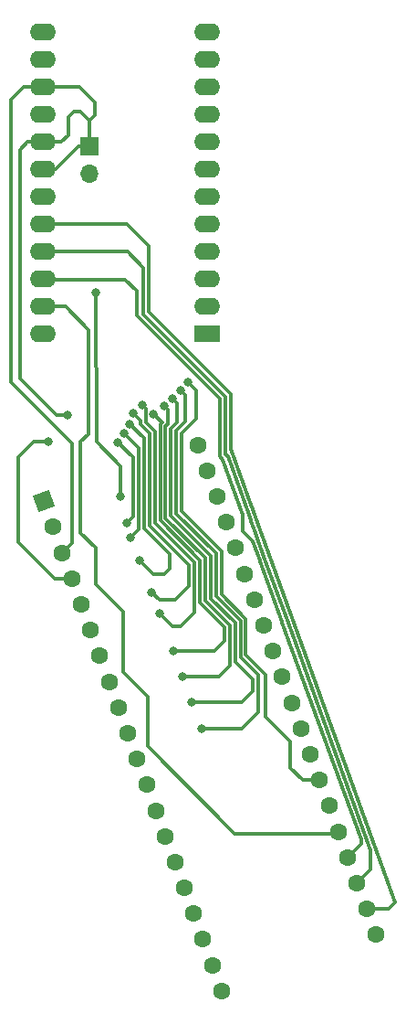
<source format=gbr>
%TF.GenerationSoftware,KiCad,Pcbnew,8.0.3*%
%TF.CreationDate,2024-06-29T10:36:13+02:00*%
%TF.ProjectId,adapter 8913-8910 Angle L,61646170-7465-4722-9038-3931332d3839,1.0a*%
%TF.SameCoordinates,Original*%
%TF.FileFunction,Copper,L1,Top*%
%TF.FilePolarity,Positive*%
%FSLAX46Y46*%
G04 Gerber Fmt 4.6, Leading zero omitted, Abs format (unit mm)*
G04 Created by KiCad (PCBNEW 8.0.3) date 2024-06-29 10:36:13*
%MOMM*%
%LPD*%
G01*
G04 APERTURE LIST*
G04 Aperture macros list*
%AMHorizOval*
0 Thick line with rounded ends*
0 $1 width*
0 $2 $3 position (X,Y) of the first rounded end (center of the circle)*
0 $4 $5 position (X,Y) of the second rounded end (center of the circle)*
0 Add line between two ends*
20,1,$1,$2,$3,$4,$5,0*
0 Add two circle primitives to create the rounded ends*
1,1,$1,$2,$3*
1,1,$1,$4,$5*%
%AMRotRect*
0 Rectangle, with rotation*
0 The origin of the aperture is its center*
0 $1 length*
0 $2 width*
0 $3 Rotation angle, in degrees counterclockwise*
0 Add horizontal line*
21,1,$1,$2,0,0,$3*%
G04 Aperture macros list end*
%TA.AperFunction,ComponentPad*%
%ADD10RotRect,1.600000X1.600000X20.000000*%
%TD*%
%TA.AperFunction,ComponentPad*%
%ADD11HorizOval,1.600000X0.000000X0.000000X0.000000X0.000000X0*%
%TD*%
%TA.AperFunction,ComponentPad*%
%ADD12R,1.700000X1.700000*%
%TD*%
%TA.AperFunction,ComponentPad*%
%ADD13O,1.700000X1.700000*%
%TD*%
%TA.AperFunction,ComponentPad*%
%ADD14R,2.400000X1.600000*%
%TD*%
%TA.AperFunction,ComponentPad*%
%ADD15O,2.400000X1.600000*%
%TD*%
%TA.AperFunction,ViaPad*%
%ADD16C,0.800000*%
%TD*%
%TA.AperFunction,Conductor*%
%ADD17C,0.300000*%
%TD*%
G04 APERTURE END LIST*
D10*
%TO.P,U1,1,Vss*%
%TO.N,GND*%
X90329085Y-69012387D03*
D11*
%TO.P,U1,2,N/C*%
%TO.N,unconnected-(U1-N{slash}C-Pad2)*%
X91197817Y-71399207D03*
%TO.P,U1,3,ch_B*%
%TO.N,Net-(Audio_OUT_J1-Pin_1)*%
X92066548Y-73786025D03*
%TO.P,U1,4,ch_A*%
X92935278Y-76172845D03*
%TO.P,U1,5,N/C*%
%TO.N,unconnected-(U1-N{slash}C-Pad5)*%
X93804010Y-78559664D03*
%TO.P,U1,6,IOB7*%
%TO.N,unconnected-(U1-IOB7-Pad6)*%
X94672741Y-80946483D03*
%TO.P,U1,7,IOB6*%
%TO.N,unconnected-(U1-IOB6-Pad7)*%
X95541472Y-83333302D03*
%TO.P,U1,8,IOB5*%
%TO.N,unconnected-(U1-IOB5-Pad8)*%
X96410203Y-85720123D03*
%TO.P,U1,9,IOB4*%
%TO.N,unconnected-(U1-IOB4-Pad9)*%
X97278934Y-88106941D03*
%TO.P,U1,10,IOB3*%
%TO.N,unconnected-(U1-IOB3-Pad10)*%
X98147665Y-90493761D03*
%TO.P,U1,11,IOB2*%
%TO.N,unconnected-(U1-IOB2-Pad11)*%
X99016397Y-92880581D03*
%TO.P,U1,12,IOB1*%
%TO.N,unconnected-(U1-IOB1-Pad12)*%
X99885128Y-95267399D03*
%TO.P,U1,13,IOB0*%
%TO.N,unconnected-(U1-IOB0-Pad13)*%
X100753859Y-97654218D03*
%TO.P,U1,14,IOA7*%
%TO.N,unconnected-(U1-IOA7-Pad14)*%
X101622590Y-100041038D03*
%TO.P,U1,15,IOA6*%
%TO.N,unconnected-(U1-IOA6-Pad15)*%
X102491321Y-102427856D03*
%TO.P,U1,16,IOA5*%
%TO.N,unconnected-(U1-IOA5-Pad16)*%
X103360052Y-104814676D03*
%TO.P,U1,17,IOA4*%
%TO.N,unconnected-(U1-IOA4-Pad17)*%
X104228784Y-107201495D03*
%TO.P,U1,18,IOA3*%
%TO.N,unconnected-(U1-IOA3-Pad18)*%
X105097514Y-109588314D03*
%TO.P,U1,19,IOA2*%
%TO.N,unconnected-(U1-IOA2-Pad19)*%
X105966246Y-111975133D03*
%TO.P,U1,20,IOA1*%
%TO.N,unconnected-(U1-IOA1-Pad20)*%
X106834977Y-114361953D03*
%TO.P,U1,21,IOA0*%
%TO.N,unconnected-(U1-IOA0-Pad21)*%
X121155893Y-109149566D03*
%TO.P,U1,22,CLOCK*%
%TO.N,Net-(U1-CLOCK)*%
X120287161Y-106762746D03*
%TO.P,U1,23,~{RESET}*%
%TO.N,Net-(U1-~{RESET})*%
X119418430Y-104375927D03*
%TO.P,U1,24,~{A9}*%
%TO.N,Net-(U1-~{A9})*%
X118549700Y-101989108D03*
%TO.P,U1,25,A8*%
%TO.N,Net-(U1-A8)*%
X117680968Y-99602289D03*
%TO.P,U1,26,TEST2*%
%TO.N,unconnected-(U1-TEST2-Pad26)*%
X116812236Y-97215469D03*
%TO.P,U1,27,BDIR*%
%TO.N,Net-(U1-BDIR)*%
X115943505Y-94828651D03*
%TO.P,U1,28,BC2*%
%TO.N,+5V*%
X115074775Y-92441831D03*
%TO.P,U1,29,BC1*%
%TO.N,Net-(U1-BC1)*%
X114206044Y-90055011D03*
%TO.P,U1,30,D7*%
%TO.N,Net-(U1-D7)*%
X113337312Y-87668192D03*
%TO.P,U1,31,D6*%
%TO.N,Net-(U1-D6)*%
X112468581Y-85281373D03*
%TO.P,U1,32,D5*%
%TO.N,Net-(U1-D5)*%
X111599849Y-82894554D03*
%TO.P,U1,33,D4*%
%TO.N,Net-(U1-D4)*%
X110731118Y-80507735D03*
%TO.P,U1,34,D3*%
%TO.N,Net-(U1-D3)*%
X109862388Y-78120915D03*
%TO.P,U1,35,D2*%
%TO.N,Net-(U1-D2)*%
X108993656Y-75734098D03*
%TO.P,U1,36,D1*%
%TO.N,Net-(U1-D1)*%
X108124925Y-73347277D03*
%TO.P,U1,37,D0*%
%TO.N,Net-(U1-D0)*%
X107256193Y-70960458D03*
%TO.P,U1,38,ch_C*%
%TO.N,Net-(Audio_OUT_J1-Pin_1)*%
X106387463Y-68573639D03*
%TO.P,U1,39,TEST1*%
%TO.N,unconnected-(U1-TEST1-Pad39)*%
X105518732Y-66186820D03*
%TO.P,U1,40,Vcc*%
%TO.N,+5V*%
X104650000Y-63800000D03*
%TD*%
D12*
%TO.P,Audio_OUT_J1,1,Pin_1*%
%TO.N,Net-(Audio_OUT_J1-Pin_1)*%
X94600000Y-36160000D03*
D13*
%TO.P,Audio_OUT_J1,2,Pin_2*%
%TO.N,GND*%
X94600000Y-38700000D03*
%TD*%
D14*
%TO.P,U2,1,Vss*%
%TO.N,GND*%
X105488840Y-53539551D03*
D15*
%TO.P,U2,2,BDIR*%
%TO.N,Net-(U1-BDIR)*%
X105488840Y-50999551D03*
%TO.P,U2,3,BC1*%
%TO.N,Net-(U1-BC1)*%
X105488840Y-48459551D03*
%TO.P,U2,4,D7*%
%TO.N,Net-(U1-D7)*%
X105488840Y-45919551D03*
%TO.P,U2,5,D6*%
%TO.N,Net-(U1-D6)*%
X105488840Y-43379551D03*
%TO.P,U2,6,D5*%
%TO.N,Net-(U1-D5)*%
X105488840Y-40839551D03*
%TO.P,U2,7,D4*%
%TO.N,Net-(U1-D4)*%
X105488840Y-38299551D03*
%TO.P,U2,8,D3*%
%TO.N,Net-(U1-D3)*%
X105488840Y-35759551D03*
%TO.P,U2,9,D2*%
%TO.N,Net-(U1-D2)*%
X105488840Y-33219551D03*
%TO.P,U2,10,D1*%
%TO.N,Net-(U1-D1)*%
X105488840Y-30679551D03*
%TO.P,U2,11,D0*%
%TO.N,Net-(U1-D0)*%
X105488840Y-28139551D03*
%TO.P,U2,12,TEST_2*%
%TO.N,unconnected-(U2-TEST_2-Pad12)*%
X105488840Y-25599551D03*
%TO.P,U2,13,Vcc*%
%TO.N,+5V*%
X90248840Y-25599551D03*
%TO.P,U2,14,TEST_I*%
%TO.N,unconnected-(U2-TEST_I-Pad14)*%
X90248840Y-28139551D03*
%TO.P,U2,15,ch_B*%
%TO.N,Net-(Audio_OUT_J1-Pin_1)*%
X90248840Y-30679551D03*
%TO.P,U2,16,N/C*%
%TO.N,unconnected-(U2-N{slash}C-Pad16)*%
X90248840Y-33219551D03*
%TO.P,U2,17,ch_A*%
%TO.N,Net-(Audio_OUT_J1-Pin_1)*%
X90248840Y-35759551D03*
%TO.P,U2,18,ch_C*%
X90248840Y-38299551D03*
%TO.P,U2,19,Vss*%
%TO.N,GND*%
X90248840Y-40839551D03*
%TO.P,U2,20,CLOCK*%
%TO.N,Net-(U1-CLOCK)*%
X90248840Y-43379551D03*
%TO.P,U2,21,~{RESET}*%
%TO.N,Net-(U1-~{RESET})*%
X90248840Y-45919551D03*
%TO.P,U2,22,~{A9}*%
%TO.N,Net-(U1-~{A9})*%
X90248840Y-48459551D03*
%TO.P,U2,23,A8*%
%TO.N,Net-(U1-A8)*%
X90248840Y-50999551D03*
%TO.P,U2,24,~{CE}*%
%TO.N,GND*%
X90248840Y-53539551D03*
%TD*%
D16*
%TO.N,Net-(U1-D3)*%
X98610000Y-60890000D03*
X100340000Y-77440000D03*
%TO.N,Net-(U1-D5)*%
X100540000Y-60920000D03*
X102360000Y-82900000D03*
%TO.N,Net-(U1-BC1)*%
X104980000Y-90110000D03*
X103040000Y-58770000D03*
%TO.N,Net-(U1-D7)*%
X102280000Y-59510000D03*
X104080000Y-87660000D03*
%TO.N,Net-(U1-D6)*%
X103220000Y-85270000D03*
X101500000Y-60170000D03*
%TO.N,Net-(U1-BDIR)*%
X103750000Y-58010000D03*
%TO.N,Net-(U1-D0)*%
X98030000Y-71050000D03*
X97232260Y-63537773D03*
%TO.N,Net-(U1-D4)*%
X101080000Y-79380000D03*
X99450000Y-60140000D03*
%TO.N,Net-(U1-D1)*%
X97829687Y-62735847D03*
X98420000Y-72340000D03*
%TO.N,Net-(U1-D2)*%
X99260000Y-74500000D03*
X98330000Y-61870000D03*
%TO.N,Net-(Audio_OUT_J1-Pin_1)*%
X90800000Y-63450000D03*
X92500000Y-61050000D03*
X97480000Y-68573639D03*
X95175000Y-49725000D03*
%TD*%
D17*
%TO.N,Net-(U1-D3)*%
X103800000Y-74950000D02*
X100140000Y-71290000D01*
X103800000Y-76890000D02*
X103800000Y-74950000D01*
X100340000Y-77440000D02*
X101070000Y-78170000D01*
X101070000Y-78170000D02*
X102520000Y-78170000D01*
X99290000Y-61570000D02*
X98610000Y-60890000D01*
X99290000Y-61889999D02*
X99290000Y-61570000D01*
X100140000Y-71290000D02*
X100140000Y-62739999D01*
X100140000Y-62739999D02*
X99290000Y-61889999D01*
X102520000Y-78170000D02*
X103800000Y-76890000D01*
%TO.N,Net-(U1-D5)*%
X107090000Y-80708426D02*
X104810000Y-78428426D01*
X101309340Y-61689340D02*
X100540000Y-60920000D01*
X104810000Y-78428426D02*
X104810000Y-74458424D01*
X106140000Y-82900000D02*
X107090000Y-81950000D01*
X104810000Y-74458424D02*
X101140000Y-70788424D01*
X107090000Y-81950000D02*
X107090000Y-80708426D01*
X101140000Y-70788424D02*
X101140000Y-61858679D01*
X101140000Y-61858679D02*
X101309340Y-61689340D01*
X102360000Y-82900000D02*
X106140000Y-82900000D01*
%TO.N,Net-(U1-BC1)*%
X104980000Y-90110000D02*
X108700000Y-90110000D01*
X108700000Y-90110000D02*
X110230000Y-88580000D01*
X103480000Y-59210000D02*
X103040000Y-58770000D01*
X102640000Y-70167106D02*
X102640000Y-62480000D01*
X103480000Y-61640000D02*
X103480000Y-59210000D01*
X108590000Y-80087106D02*
X106310000Y-77807106D01*
X110230000Y-85087107D02*
X108590000Y-83447107D01*
X106310000Y-77807106D02*
X106310000Y-73837106D01*
X108590000Y-83447107D02*
X108590000Y-80087106D01*
X110230000Y-88580000D02*
X110230000Y-85087107D01*
X102640000Y-62480000D02*
X103480000Y-61640000D01*
X106310000Y-73837106D02*
X102640000Y-70167106D01*
%TO.N,Net-(U1-D7)*%
X105810000Y-74044212D02*
X102140000Y-70374212D01*
X108090000Y-80294213D02*
X105810000Y-78014213D01*
X108090000Y-83880000D02*
X108090000Y-80294213D01*
X102140000Y-70374212D02*
X102140000Y-62272893D01*
X102140000Y-62272893D02*
X102690000Y-61722893D01*
X105810000Y-78014213D02*
X105810000Y-74044212D01*
X109730000Y-86610000D02*
X109730000Y-85520000D01*
X104080000Y-87660000D02*
X108680000Y-87660000D01*
X108680000Y-87660000D02*
X109730000Y-86610000D01*
X102690000Y-61722893D02*
X102690000Y-59920000D01*
X102690000Y-59920000D02*
X102280000Y-59510000D01*
X109730000Y-85520000D02*
X108090000Y-83880000D01*
%TO.N,Net-(U1-A8)*%
X117483257Y-99800000D02*
X108050000Y-99800000D01*
X108050000Y-99800000D02*
X99950000Y-91700000D01*
X97675000Y-79225000D02*
X95125000Y-76675000D01*
X94500000Y-62775000D02*
X94500000Y-53125000D01*
X93750000Y-63525000D02*
X94500000Y-62775000D01*
X94500000Y-53125000D02*
X92374551Y-50999551D01*
X99950000Y-91700000D02*
X99950000Y-87100000D01*
X97675000Y-84825000D02*
X97675000Y-79225000D01*
X92374551Y-50999551D02*
X90248840Y-50999551D01*
X93750000Y-71925000D02*
X93750000Y-63525000D01*
X95125000Y-76675000D02*
X95125000Y-73300000D01*
X99950000Y-87100000D02*
X97675000Y-84825000D01*
X95125000Y-73300000D02*
X93750000Y-71925000D01*
%TO.N,Net-(U1-~{A9})*%
X108817834Y-71806192D02*
X108817834Y-70227989D01*
X110376276Y-74511372D02*
X109720437Y-72708795D01*
X106685763Y-59510763D02*
X98950000Y-51775000D01*
X112451724Y-80215749D02*
X112424433Y-80140739D01*
X110400281Y-74577349D02*
X110376276Y-74511372D01*
X109720437Y-72708795D02*
X108817834Y-71806192D01*
X98950000Y-51775000D02*
X98950000Y-49550000D01*
X108817834Y-70227989D02*
X106968674Y-65145563D01*
X97900000Y-48500000D02*
X90289289Y-48500000D01*
X118549700Y-101989108D02*
X119770447Y-100768361D01*
X106968674Y-65145563D02*
X106685763Y-64862652D01*
X119770447Y-100331286D02*
X112451724Y-80215749D01*
X106685763Y-64862652D02*
X106685763Y-59510763D01*
X98950000Y-49550000D02*
X97900000Y-48500000D01*
X112424433Y-80140739D02*
X110400281Y-74577349D01*
X119770447Y-100768361D02*
X119770447Y-100331286D01*
%TO.N,Net-(U1-D6)*%
X101860000Y-60530000D02*
X101500000Y-60170000D01*
X103220000Y-85270000D02*
X106590000Y-85270000D01*
X106590000Y-85270000D02*
X107590000Y-84270000D01*
X107590000Y-80501320D02*
X105310000Y-78221320D01*
X105310000Y-78221320D02*
X105310000Y-74251318D01*
X105310000Y-74251318D02*
X101640000Y-70581318D01*
X101640000Y-62065786D02*
X101860000Y-61845786D01*
X101860000Y-61845786D02*
X101860000Y-60530000D01*
X101640000Y-70581318D02*
X101640000Y-62065786D01*
X107590000Y-84270000D02*
X107590000Y-80501320D01*
%TO.N,Net-(U1-BDIR)*%
X110920000Y-85070000D02*
X110920000Y-89010000D01*
X109090000Y-83240000D02*
X110920000Y-85070000D01*
X103140000Y-69960000D02*
X106810000Y-73630000D01*
X104450000Y-61400000D02*
X103140000Y-62710000D01*
X106810000Y-73630000D02*
X106810000Y-77600000D01*
X110920000Y-89010000D02*
X113200000Y-91290000D01*
X106810000Y-77600000D02*
X109090000Y-79880000D01*
X109090000Y-79880000D02*
X109090000Y-83240000D01*
X113200000Y-93680000D02*
X114348651Y-94828651D01*
X114348651Y-94828651D02*
X115943505Y-94828651D01*
X113200000Y-91290000D02*
X113200000Y-93680000D01*
X104450000Y-58710000D02*
X104450000Y-61400000D01*
X103750000Y-58010000D02*
X104450000Y-58710000D01*
X103140000Y-62710000D02*
X103140000Y-69960000D01*
%TO.N,Net-(U1-~{RESET})*%
X109831650Y-71552076D02*
X109819182Y-71517808D01*
X107400631Y-64870413D02*
X107185763Y-64655545D01*
X120682138Y-101374689D02*
X112992402Y-80239420D01*
X112992402Y-80239419D02*
X110775332Y-74145794D01*
X99575000Y-47375000D02*
X98119551Y-45919551D01*
X110775332Y-74145794D02*
X110775332Y-74145793D01*
X109819182Y-71517808D02*
X109578273Y-70855672D01*
X109356606Y-70246420D02*
X109368207Y-70278306D01*
X110082399Y-72241264D02*
X110082399Y-72241263D01*
X98119551Y-45919551D02*
X90248840Y-45919551D01*
X119418430Y-104375927D02*
X120675000Y-103119357D01*
X107185763Y-64655545D02*
X107185763Y-59303657D01*
X112992402Y-80239420D02*
X112992402Y-80239419D01*
X120675000Y-101381827D02*
X120682138Y-101374689D01*
X110082399Y-72241263D02*
X109876948Y-71676579D01*
X110775332Y-74145793D02*
X110082399Y-72241264D01*
X109368207Y-70278306D02*
X109556363Y-70795452D01*
X99575000Y-51692894D02*
X99575000Y-47375000D01*
X109556363Y-70795452D02*
X109591416Y-70891794D01*
X109876948Y-71676579D02*
X109831650Y-71552076D01*
X120675000Y-103119357D02*
X120675000Y-101381827D01*
X107400631Y-64870413D02*
X109356606Y-70246420D01*
X107185763Y-59303657D02*
X99575000Y-51692894D01*
%TO.N,Net-(U1-D0)*%
X98640000Y-70440000D02*
X98640000Y-64945513D01*
X98640000Y-64945513D02*
X97232260Y-63537773D01*
X98030000Y-71050000D02*
X98640000Y-70440000D01*
%TO.N,Net-(U1-D4)*%
X100640000Y-70995531D02*
X100640000Y-62532893D01*
X104300000Y-79330000D02*
X104300000Y-74655531D01*
X101080000Y-79380000D02*
X102250000Y-80550000D01*
X104300000Y-74655531D02*
X100640000Y-70995531D01*
X102250000Y-80550000D02*
X103080000Y-80550000D01*
X100640000Y-62532893D02*
X99790000Y-61682893D01*
X99790000Y-61682893D02*
X99790000Y-60480000D01*
X99790000Y-60480000D02*
X99450000Y-60140000D01*
X103080000Y-80550000D02*
X104300000Y-79330000D01*
%TO.N,Net-(U1-CLOCK)*%
X109692699Y-69707789D02*
X109660420Y-69619068D01*
X110218236Y-71152228D02*
X109712249Y-69761521D01*
X100075000Y-45375000D02*
X98079551Y-43379551D01*
X109635085Y-69549435D02*
X107685763Y-64191716D01*
X110230704Y-71186496D02*
X110218236Y-71152228D01*
X98079551Y-43379551D02*
X90248840Y-43379551D01*
X109660420Y-69619068D02*
X109635085Y-69549435D01*
X107685763Y-64191716D02*
X107700000Y-64177479D01*
X113185680Y-79308260D02*
X113185680Y-79308259D01*
X122327344Y-106762746D02*
X122948548Y-106141542D01*
X122948548Y-106141542D02*
X113185680Y-79308260D01*
X120287161Y-106762746D02*
X122327344Y-106762746D01*
X109712249Y-69761521D02*
X109692699Y-69707789D01*
X107700000Y-59110788D02*
X100075000Y-51485788D01*
X113185680Y-79308259D02*
X110230704Y-71186496D01*
X100075000Y-51485788D02*
X100075000Y-45375000D01*
X107700000Y-64177479D02*
X107700000Y-59110788D01*
%TO.N,Net-(U1-D1)*%
X99140000Y-64046160D02*
X97829687Y-62735847D01*
X99140000Y-71620000D02*
X99140000Y-64046160D01*
X98420000Y-72340000D02*
X99140000Y-71620000D01*
%TO.N,Net-(U1-D2)*%
X100500000Y-75740000D02*
X101550000Y-75740000D01*
X99640000Y-71497107D02*
X99640000Y-63180000D01*
X101550000Y-75740000D02*
X102010000Y-75280000D01*
X99260000Y-74500000D02*
X100500000Y-75740000D01*
X99640000Y-71497107D02*
X102010000Y-73867106D01*
X99640000Y-63180000D02*
X98330000Y-61870000D01*
X102010000Y-75280000D02*
X102010000Y-73867106D01*
%TO.N,Net-(Audio_OUT_J1-Pin_1)*%
X95100000Y-32100000D02*
X93679551Y-30679551D01*
X90248840Y-35759551D02*
X91965449Y-35759551D01*
X87325000Y-31850000D02*
X88495449Y-30679551D01*
X93679551Y-30679551D02*
X90248840Y-30679551D01*
X91965449Y-35759551D02*
X92600000Y-35125000D01*
X93700000Y-32900000D02*
X94600000Y-33800000D01*
X91397845Y-76172845D02*
X92935278Y-76172845D01*
X97480000Y-68573639D02*
X97480000Y-65780000D01*
X88100000Y-57650000D02*
X91500000Y-61050000D01*
X93000000Y-63675000D02*
X87325000Y-58000000D01*
X92066548Y-73786025D02*
X93000000Y-72852573D01*
X95225000Y-63525000D02*
X97480000Y-65780000D01*
X88000000Y-64900000D02*
X88000000Y-72775000D01*
X90800000Y-63450000D02*
X89450000Y-63450000D01*
X88000000Y-72775000D02*
X91397845Y-76172845D01*
X92600000Y-35125000D02*
X92600000Y-33400000D01*
X95225000Y-63525000D02*
X95175000Y-49725000D01*
X95100000Y-33300000D02*
X95100000Y-32100000D01*
X88840449Y-35759551D02*
X88100000Y-36500000D01*
X91400449Y-38299551D02*
X93540000Y-36160000D01*
X94600000Y-33800000D02*
X95100000Y-33300000D01*
X91500000Y-61050000D02*
X92500000Y-61050000D01*
X93000000Y-72852573D02*
X93000000Y-63675000D01*
X94600000Y-33800000D02*
X94600000Y-36160000D01*
X88100000Y-36500000D02*
X88100000Y-57650000D01*
X93540000Y-36160000D02*
X94600000Y-36160000D01*
X87325000Y-58000000D02*
X87325000Y-31850000D01*
X92600000Y-33400000D02*
X93100000Y-32900000D01*
X90248840Y-35759551D02*
X88840449Y-35759551D01*
X93100000Y-32900000D02*
X93700000Y-32900000D01*
X88495449Y-30679551D02*
X90248840Y-30679551D01*
X90248840Y-38299551D02*
X91400449Y-38299551D01*
X89450000Y-63450000D02*
X88000000Y-64900000D01*
%TD*%
M02*

</source>
